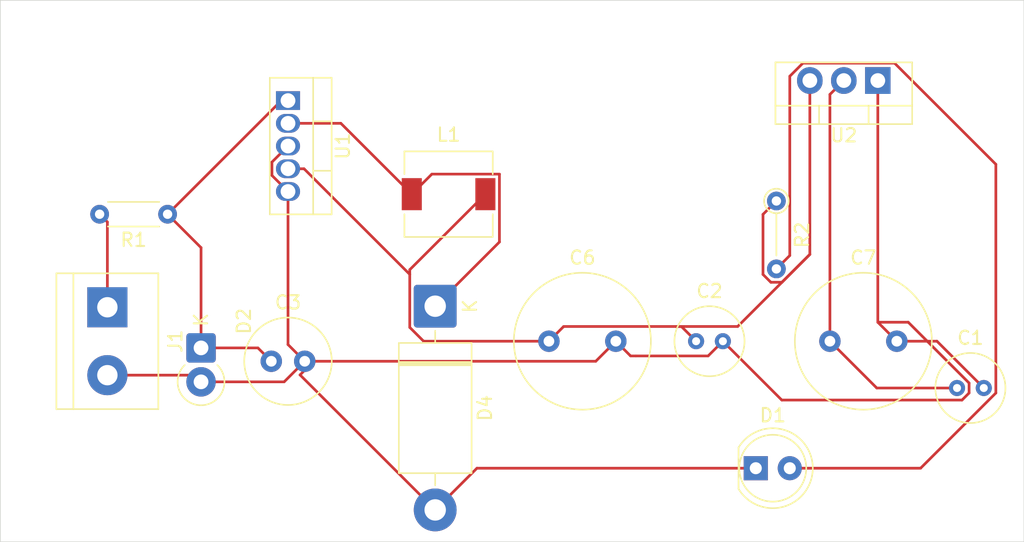
<source format=kicad_pcb>
(kicad_pcb (version 20241229) (generator "pcbnew") (generator_version "9.0")
  (layers (0 "F.Cu" signal) (2 "B.Cu" signal) (13 "F.Paste" user) (15 "B.Paste" user) (5 "F.SilkS" user "F.Silkscreen") (7 "B.SilkS" user "B.Silkscreen") (1 "F.Mask" user) (3 "B.Mask" user) (25 "Edge.Cuts" user))
  (net 0 "")
  (net 1 "Net-(U2-VO)")
  (net 2 "GND")
  (net 3 "Net-(U1-FB)")
  (net 4 "Net-(D2-K)")
  (net 5 "Net-(D1-A)")
  (net 6 "Net-(D4-K)")
  (net 7 "Net-(J1-Pin_1)")
  (footprint "Capacitor_THT:C_Radial_D10.0mm_H12.5mm_P5.00mm" (layer "F.Cu") (at 186.5 99.5)
    (property "Reference" "C7" (at 2.5 -6.25 0) (layer "F.SilkS"))
    (property "Value" "c=1000u")
    (fp_circle (center 2.5 0) (end 7.62 0) (stroke (width 0.12)) (fill no) (layer "F.SilkS"))
    (pad "1" thru_hole circle (at 0 0) (size 1.6 1.6) (drill 0.8) (layers "*.Cu" "*.Mask") (net 1 "Net-(U2-VO)"))
    (pad "2" thru_hole circle (at 5 0) (size 1.6 1.6) (drill 0.8) (layers "*.Cu" "*.Mask") (net 2 "GND"))
  )
  (footprint "Inductor_SMD:L_6.3x6.3_H3" (layer "F.Cu") (at 158 88.5)
    (property "Reference" "L1" (at 0 -4.45 0) (layer "F.SilkS"))
    (property "Value" "l=100u")
    (fp_line (start -3.3 -3.2) (end 3.3 -3.2) (stroke (width 0.12)) (layer "F.SilkS"))
    (fp_line (start -3.3 -1.5) (end -3.3 -3.2) (stroke (width 0.12)) (layer "F.SilkS"))
    (fp_line (start -3.3 3.2) (end -3.3 1.5) (stroke (width 0.12)) (layer "F.SilkS"))
    (fp_line (start 3.3 -3.2) (end 3.3 -1.5) (stroke (width 0.12)) (layer "F.SilkS"))
    (fp_line (start 3.3 1.5) (end 3.3 3.2) (stroke (width 0.12)) (layer "F.SilkS"))
    (fp_line (start 3.3 3.2) (end -3.3 3.2) (stroke (width 0.12)) (layer "F.SilkS"))
    (pad "1" smd rect (at -2.75 0) (size 1.5 2.4) (layers "F.Cu" "F.Mask" "F.Paste") (net 6 "Net-(D4-K)"))
    (pad "2" smd rect (at 2.75 0) (size 1.5 2.4) (layers "F.Cu" "F.Mask" "F.Paste") (net 3 "Net-(U1-FB)"))
  )
  (footprint "Capacitor_THT:C_Radial_D6.3mm_H11.0mm_P2.50mm" (layer "F.Cu") (at 144.75 101)
    (property "Reference" "C3" (at 1.25 -4.4 0) (layer "F.SilkS"))
    (property "Value" "c=100u")
    (fp_circle (center 1.25 0) (end 4.52 0) (stroke (width 0.12)) (fill no) (layer "F.SilkS"))
    (pad "1" thru_hole circle (at 0 0) (size 1.6 1.6) (drill 0.8) (layers "*.Cu" "*.Mask") (net 4 "Net-(D2-K)"))
    (pad "2" thru_hole circle (at 2.5 0) (size 1.6 1.6) (drill 0.8) (layers "*.Cu" "*.Mask") (net 2 "GND"))
  )
  (footprint "Diode_THT:D_DO-41_SOD81_P2.54mm_Vertical_KathodeUp" (layer "F.Cu") (at 139.5 100 -90)
    (property "Reference" "D2" (at -2 -3.205454 90) (layer "F.SilkS"))
    (property "Value" "D")
    (fp_arc (start 1.284483 -1.22) (mid 4.290635 0) (end 1.284483 1.22) (stroke (width 0.12)) (layer "F.SilkS"))
    (fp_text user "K" (at -2.1 0 90) (layer "F.SilkS"))
    (pad "1" thru_hole roundrect (at 0 0 270) (size 2.2 2.2) (drill 1.1) (layers "*.Cu" "*.Mask") (roundrect_rratio 0.113636) (net 4 "Net-(D2-K)"))
    (pad "2" thru_hole circle (at 2.54 0 270) (size 2.2 2.2) (drill 1.1) (layers "*.Cu" "*.Mask") (net 2 "GND"))
  )
  (footprint "LED_THT:LED_D5.0mm" (layer "F.Cu") (at 180.96 109)
    (property "Reference" "D1" (at 1.27 -3.96 0) (layer "F.SilkS"))
    (property "Value" "LED")
    (fp_line (start -1.29 -1.545) (end -1.29 1.545) (stroke (width 0.12)) (layer "F.SilkS"))
    (fp_arc (start -1.29 -1.54483) (mid 2.071779 -2.880495) (end 4.26 0) (stroke (width 0.12)) (layer "F.SilkS"))
    (fp_arc (start 4.26 0) (mid 2.071779 2.880495) (end -1.29 1.54483) (stroke (width 0.12)) (layer "F.SilkS"))
    (fp_circle (center 1.27 0) (end 3.77 0) (stroke (width 0.12)) (fill no) (layer "F.SilkS"))
    (pad "1" thru_hole rect (at 0 0) (size 1.8 1.8) (drill 0.9) (layers "*.Cu" "*.Mask") (net 2 "GND"))
    (pad "2" thru_hole circle (at 2.54 0) (size 1.8 1.8) (drill 0.9) (layers "*.Cu" "*.Mask") (net 5 "Net-(D1-A)"))
  )
  (footprint "Diode_THT:D_DO-201AD_P15.24mm_Horizontal" (layer "F.Cu") (at 157 96.88 -90)
    (property "Reference" "D4" (at 7.62 -3.72 90) (layer "F.SilkS"))
    (property "Value" "1N5822")
    (fp_line (start 1.84 0) (end 2.75 0) (stroke (width 0.12)) (layer "F.SilkS"))
    (fp_line (start 13.4 0) (end 12.49 0) (stroke (width 0.12)) (layer "F.SilkS"))
    (fp_line (start 4.175 -2.72) (end 4.175 2.72) (stroke (width 0.12)) (layer "F.SilkS"))
    (fp_line (start 4.295 -2.72) (end 4.295 2.72) (stroke (width 0.12)) (layer "F.SilkS"))
    (fp_line (start 4.415 -2.72) (end 4.415 2.72) (stroke (width 0.12)) (layer "F.SilkS"))
    (fp_rect (start 2.75 -2.72) (end 12.49 2.72) (stroke (width 0.12)) (fill no) (layer "F.SilkS"))
    (fp_text user "K" (at 0 -2.6 90) (layer "F.SilkS"))
    (pad "1" thru_hole roundrect (at 0 0 270) (size 3.2 3.2) (drill 1.6) (layers "*.Cu" "*.Mask") (roundrect_rratio 0.078125) (net 6 "Net-(D4-K)"))
    (pad "2" thru_hole circle (at 15.24 0 270) (size 3.2 3.2) (drill 1.6) (layers "*.Cu" "*.Mask") (net 2 "GND"))
  )
  (footprint "Resistor_THT:R_Axial_DIN0204_L3.6mm_D1.6mm_P5.08mm_Vertical" (layer "F.Cu") (at 182.5 89.01 -90)
    (property "Reference" "R2" (at 2.54 -1.92 90) (layer "F.SilkS"))
    (property "Value" "R")
    (fp_line (start 0.92 0) (end 4.08 0) (stroke (width 0.12)) (layer "F.SilkS"))
    (fp_circle (center 0 0) (end 0.92 0) (stroke (width 0.12)) (fill no) (layer "F.SilkS"))
    (pad "1" thru_hole circle (at 0 0 270) (size 1.4 1.4) (drill 0.7) (layers "*.Cu" "*.Mask") (net 3 "Net-(U1-FB)"))
    (pad "2" thru_hole circle (at 5.08 0 270) (size 1.4 1.4) (drill 0.7) (layers "*.Cu" "*.Mask") (net 5 "Net-(D1-A)"))
  )
  (footprint "Package_TO_SOT_THT:TO-220-3_Vertical" (layer "F.Cu") (at 190.08 80 180)
    (property "Reference" "U2" (at 2.54 -4.1 0) (layer "F.SilkS"))
    (property "Value" "LD1117V")
    (fp_line (start 7.65 1.36) (end -2.57 1.36) (stroke (width 0.12)) (layer "F.SilkS"))
    (fp_line (start 7.65 -3.26) (end 7.65 1.36) (stroke (width 0.12)) (layer "F.SilkS"))
    (fp_line (start 4.39 -3.26) (end 4.39 -1.88) (stroke (width 0.12)) (layer "F.SilkS"))
    (fp_line (start 0.69 -3.26) (end 0.69 -1.88) (stroke (width 0.12)) (layer "F.SilkS"))
    (fp_line (start -2.57 1.36) (end -2.57 -3.26) (stroke (width 0.12)) (layer "F.SilkS"))
    (fp_line (start -2.57 -1.88) (end 7.65 -1.88) (stroke (width 0.12)) (layer "F.SilkS"))
    (fp_line (start -2.57 -3.26) (end 7.65 -3.26) (stroke (width 0.12)) (layer "F.SilkS"))
    (pad "1" thru_hole rect (at 0 0 180) (size 1.905 2) (drill 1.1) (layers "*.Cu" "*.Mask") (net 2 "GND"))
    (pad "2" thru_hole oval (at 2.54 0 180) (size 1.905 2) (drill 1.1) (layers "*.Cu" "*.Mask") (net 1 "Net-(U2-VO)"))
    (pad "3" thru_hole oval (at 5.08 0 180) (size 1.905 2) (drill 1.1) (layers "*.Cu" "*.Mask") (net 3 "Net-(U1-FB)"))
  )
  (footprint "TerminalBlock:TerminalBlock_bornier-2_P5.08mm" (layer "F.Cu") (at 132.5 96.96 -90)
    (property "Reference" "J1" (at 2.54 -5.08 90) (layer "F.SilkS"))
    (property "Value" "Screw_Terminal_01x02")
    (fp_line (start -2.54 3.81) (end 7.62 3.81) (stroke (width 0.12)) (layer "F.SilkS"))
    (fp_line (start 7.62 3.81) (end 7.62 -3.81) (stroke (width 0.12)) (layer "F.SilkS"))
    (fp_line (start 7.62 2.54) (end -2.54 2.54) (stroke (width 0.12)) (layer "F.SilkS"))
    (fp_line (start -2.54 -3.81) (end -2.54 3.81) (stroke (width 0.12)) (layer "F.SilkS"))
    (fp_line (start 7.62 -3.81) (end -2.54 -3.81) (stroke (width 0.12)) (layer "F.SilkS"))
    (pad "1" thru_hole rect (at 0 0 270) (size 3 3) (drill 1.52) (layers "*.Cu" "*.Mask") (net 7 "Net-(J1-Pin_1)"))
    (pad "2" thru_hole circle (at 5.08 0 270) (size 3 3) (drill 1.52) (layers "*.Cu" "*.Mask") (net 2 "GND"))
  )
  (footprint "Capacitor_THT:C_Radial_D5.0mm_H5.0mm_P2.00mm" (layer "F.Cu") (at 176.5 99.5)
    (property "Reference" "C2" (at 1 -3.75 0) (layer "F.SilkS"))
    (property "Value" "C")
    (fp_circle (center 1 0) (end 3.62 0) (stroke (width 0.12)) (fill no) (layer "F.SilkS"))
    (pad "1" thru_hole circle (at 0 0) (size 1.2 1.2) (drill 0.6) (layers "*.Cu" "*.Mask") (net 3 "Net-(U1-FB)"))
    (pad "2" thru_hole circle (at 2 0) (size 1.2 1.2) (drill 0.6) (layers "*.Cu" "*.Mask") (net 2 "GND"))
  )
  (footprint "Capacitor_THT:C_Radial_D10.0mm_H12.5mm_P5.00mm" (layer "F.Cu") (at 165.5 99.5)
    (property "Reference" "C6" (at 2.5 -6.25 0) (layer "F.SilkS"))
    (property "Value" "c=1000u")
    (fp_circle (center 2.5 0) (end 7.62 0) (stroke (width 0.12)) (fill no) (layer "F.SilkS"))
    (pad "1" thru_hole circle (at 0 0) (size 1.6 1.6) (drill 0.8) (layers "*.Cu" "*.Mask") (net 3 "Net-(U1-FB)"))
    (pad "2" thru_hole circle (at 5 0) (size 1.6 1.6) (drill 0.8) (layers "*.Cu" "*.Mask") (net 2 "GND"))
  )
  (footprint "Capacitor_THT:C_Radial_D5.0mm_H5.0mm_P2.00mm" (layer "F.Cu") (at 196 103)
    (property "Reference" "C1" (at 1 -3.75 0) (layer "F.SilkS"))
    (property "Value" "C")
    (fp_circle (center 1 0) (end 3.62 0) (stroke (width 0.12)) (fill no) (layer "F.SilkS"))
    (pad "1" thru_hole circle (at 0 0) (size 1.2 1.2) (drill 0.6) (layers "*.Cu" "*.Mask") (net 1 "Net-(U2-VO)"))
    (pad "2" thru_hole circle (at 2 0) (size 1.2 1.2) (drill 0.6) (layers "*.Cu" "*.Mask") (net 2 "GND"))
  )
  (footprint "Package_TO_SOT_THT:TO-220-5_Vertical" (layer "F.Cu") (at 146 81.5 -90)
    (property "Reference" "U1" (at 3.4 -4.1 90) (layer "F.SilkS"))
    (property "Value" "LM2576T-5")
    (fp_line (start -1.71 1.36) (end -1.71 -3.26) (stroke (width 0.12)) (layer "F.SilkS"))
    (fp_line (start 8.51 1.36) (end -1.71 1.36) (stroke (width 0.12)) (layer "F.SilkS"))
    (fp_line (start -1.71 -1.88) (end 8.51 -1.88) (stroke (width 0.12)) (layer "F.SilkS"))
    (fp_line (start -1.71 -3.26) (end 8.51 -3.26) (stroke (width 0.12)) (layer "F.SilkS"))
    (fp_line (start 1.55 -3.26) (end 1.55 -1.88) (stroke (width 0.12)) (layer "F.SilkS"))
    (fp_line (start 5.25 -3.26) (end 5.25 -1.88) (stroke (width 0.12)) (layer "F.SilkS"))
    (fp_line (start 8.51 -3.26) (end 8.51 1.36) (stroke (width 0.12)) (layer "F.SilkS"))
    (pad "1" thru_hole rect (at 0 0 270) (size 1.4 1.8) (drill 1.1) (layers "*.Cu" "*.Mask") (net 4 "Net-(D2-K)"))
    (pad "2" thru_hole oval (at 1.7 0 270) (size 1.4 1.8) (drill 1.1) (layers "*.Cu" "*.Mask") (net 6 "Net-(D4-K)"))
    (pad "3" thru_hole oval (at 3.4 0 270) (size 1.4 1.8) (drill 1.1) (layers "*.Cu" "*.Mask") (net 2 "GND"))
    (pad "4" thru_hole oval (at 5.1 0 270) (size 1.4 1.8) (drill 1.1) (layers "*.Cu" "*.Mask") (net 3 "Net-(U1-FB)"))
    (pad "5" thru_hole oval (at 6.8 0 270) (size 1.4 1.8) (drill 1.1) (layers "*.Cu" "*.Mask") (net 2 "GND"))
  )
  (footprint "Resistor_THT:R_Axial_DIN0204_L3.6mm_D1.6mm_P5.08mm_Horizontal" (layer "F.Cu") (at 137 90 180)
    (property "Reference" "R1" (at 2.54 -1.92 0) (layer "F.SilkS"))
    (property "Value" "R")
    (fp_line (start 0.62 0.92) (end 4.46 0.92) (stroke (width 0.12)) (layer "F.SilkS"))
    (fp_line (start 0.62 -0.92) (end 4.46 -0.92) (stroke (width 0.12)) (layer "F.SilkS"))
    (pad "1" thru_hole circle (at 0 0 180) (size 1.4 1.4) (drill 0.7) (layers "*.Cu" "*.Mask") (net 4 "Net-(D2-K)"))
    (pad "2" thru_hole circle (at 5.08 0 180) (size 1.4 1.4) (drill 0.7) (layers "*.Cu" "*.Mask") (net 7 "Net-(J1-Pin_1)"))
  )
  (gr_rect (start 124.5 74) (end 201 114.5) (stroke (width 0.05)) (fill no) (layer "Edge.Cuts"))
  (segment (start 190 103) (end 196 103) (width 0.2) (layer "F.Cu") (net 1))
  (segment (start 186.5 99.5) (end 186.5 81.04) (width 0.2) (layer "F.Cu") (net 1))
  (segment (start 186.5 99.5) (end 190 103) (width 0.2) (layer "F.Cu") (net 1))
  (segment (start 186.5 81.04) (end 187.54 80) (width 0.2) (layer "F.Cu") (net 1))
  (segment (start 157 112.12) (end 160.12 109) (width 0.2) (layer "F.Cu") (net 2))
  (segment (start 147.25 101) (end 147.5 101.25) (width 0.2) (layer "F.Cu") (net 2))
  (segment (start 146.9 102.02) (end 157 112.12) (width 0.2) (layer "F.Cu") (net 2))
  (segment (start 182.901 103.901) (end 196.373207 103.901) (width 0.2) (layer "F.Cu") (net 2))
  (segment (start 144.799 86.101) (end 144.799 87.099) (width 0.2) (layer "F.Cu") (net 2))
  (segment (start 160.12 109) (end 180.96 109) (width 0.2) (layer "F.Cu") (net 2))
  (segment (start 178.5 99.5) (end 182.901 103.901) (width 0.2) (layer "F.Cu") (net 2))
  (segment (start 190.08 98.08) (end 191.5 99.5) (width 0.2) (layer "F.Cu") (net 2))
  (segment (start 147.25 101) (end 169 101) (width 0.2) (layer "F.Cu") (net 2))
  (segment (start 196.373207 103.901) (end 196.901 103.373207) (width 0.2) (layer "F.Cu") (net 2))
  (segment (start 145.71 102.54) (end 147.25 101) (width 0.2) (layer "F.Cu") (net 2))
  (segment (start 192.354207 98.08) (end 190.08 98.08) (width 0.2) (layer "F.Cu") (net 2))
  (segment (start 146 84.9) (end 144.799 86.101) (width 0.2) (layer "F.Cu") (net 2))
  (segment (start 139.5 102.54) (end 145.71 102.54) (width 0.2) (layer "F.Cu") (net 2))
  (segment (start 190.08 80) (end 190.08 98.08) (width 0.2) (layer "F.Cu") (net 2))
  (segment (start 170.5 99.5) (end 171.601 100.601) (width 0.2) (layer "F.Cu") (net 2))
  (segment (start 132.5 102.04) (end 139 102.04) (width 0.2) (layer "F.Cu") (net 2))
  (segment (start 196.901 102.626793) (end 192.354207 98.08) (width 0.2) (layer "F.Cu") (net 2))
  (segment (start 147.5 101.25) (end 147.5 101.42) (width 0.2) (layer "F.Cu") (net 2))
  (segment (start 139 102.04) (end 139.5 102.54) (width 0.2) (layer "F.Cu") (net 2))
  (segment (start 196.901 103.373207) (end 196.901 102.626793) (width 0.2) (layer "F.Cu") (net 2))
  (segment (start 171.601 100.601) (end 172 100.601) (width 0.2) (layer "F.Cu") (net 2))
  (segment (start 172 100.601) (end 177.399 100.601) (width 0.2) (layer "F.Cu") (net 2))
  (segment (start 147.5 101.42) (end 146.9 102.02) (width 0.2) (layer "F.Cu") (net 2))
  (segment (start 169 101) (end 170.5 99.5) (width 0.2) (layer "F.Cu") (net 2))
  (segment (start 191.5 99.5) (end 194.5 99.5) (width 0.2) (layer "F.Cu") (net 2))
  (segment (start 177.399 100.601) (end 178.5 99.5) (width 0.2) (layer "F.Cu") (net 2))
  (segment (start 144.799 87.099) (end 146 88.3) (width 0.2) (layer "F.Cu") (net 2))
  (segment (start 146 99.75) (end 147.25 101) (width 0.2) (layer "F.Cu") (net 2))
  (segment (start 194.5 99.5) (end 198 103) (width 0.2) (layer "F.Cu") (net 2))
  (segment (start 146 88.3) (end 146 99.75) (width 0.2) (layer "F.Cu") (net 2))
  (segment (start 175 98.399) (end 175.399 98.399) (width 0.2) (layer "F.Cu") (net 3))
  (segment (start 182.914628 95.091) (end 185 93.005628) (width 0.2) (layer "F.Cu") (net 3))
  (segment (start 156.13384 99.5) (end 165.5 99.5) (width 0.2) (layer "F.Cu") (net 3))
  (segment (start 181.499 90.011) (end 181.499 94.504628) (width 0.2) (layer "F.Cu") (net 3))
  (segment (start 182.5 89.01) (end 181.499 90.011) (width 0.2) (layer "F.Cu") (net 3))
  (segment (start 155.099 94.151) (end 155.099 94.5) (width 0.2) (layer "F.Cu") (net 3))
  (segment (start 185 93.005628) (end 185 80) (width 0.2) (layer "F.Cu") (net 3))
  (segment (start 166.601 98.399) (end 175 98.399) (width 0.2) (layer "F.Cu") (net 3))
  (segment (start 155.099 98.46516) (end 156.13384 99.5) (width 0.2) (layer "F.Cu") (net 3))
  (segment (start 175 98.399) (end 179.606628 98.399) (width 0.2) (layer "F.Cu") (net 3))
  (segment (start 165.5 99.5) (end 166.601 98.399) (width 0.2) (layer "F.Cu") (net 3))
  (segment (start 146 86.6) (end 147.199 86.6) (width 0.2) (layer "F.Cu") (net 3))
  (segment (start 155.099 94.5) (end 155.099 98.46516) (width 0.2) (layer "F.Cu") (net 3))
  (segment (start 147.199 86.6) (end 155.099 94.5) (width 0.2) (layer "F.Cu") (net 3))
  (segment (start 155.099 94.151) (end 160.75 88.5) (width 0.2) (layer "F.Cu") (net 3))
  (segment (start 182.085372 95.091) (end 182.914628 95.091) (width 0.2) (layer "F.Cu") (net 3))
  (segment (start 181.499 94.504628) (end 182.085372 95.091) (width 0.2) (layer "F.Cu") (net 3))
  (segment (start 179.606628 98.399) (end 185 93.005628) (width 0.2) (layer "F.Cu") (net 3))
  (segment (start 175.399 98.399) (end 176.5 99.5) (width 0.2) (layer "F.Cu") (net 3))
  (segment (start 143.75 100) (end 144.75 101) (width 0.2) (layer "F.Cu") (net 4))
  (segment (start 137 90) (end 145.5 81.5) (width 0.2) (layer "F.Cu") (net 4))
  (segment (start 139.5 92.5) (end 139.5 100) (width 0.2) (layer "F.Cu") (net 4))
  (segment (start 145.5 81.5) (end 146 81.5) (width 0.2) (layer "F.Cu") (net 4))
  (segment (start 137 90) (end 139.5 92.5) (width 0.2) (layer "F.Cu") (net 4))
  (segment (start 139.5 100) (end 143.75 100) (width 0.2) (layer "F.Cu") (net 4))
  (segment (start 198.901 103.373207) (end 198.901 86.2665) (width 0.2) (layer "F.Cu") (net 5))
  (segment (start 183.501 79.678783) (end 183.501 93.089) (width 0.2) (layer "F.Cu") (net 5))
  (segment (start 191.3335 78.699) (end 184.480783 78.699) (width 0.2) (layer "F.Cu") (net 5))
  (segment (start 198.901 86.2665) (end 191.3335 78.699) (width 0.2) (layer "F.Cu") (net 5))
  (segment (start 184.480783 78.699) (end 183.501 79.678783) (width 0.2) (layer "F.Cu") (net 5))
  (segment (start 183.501 93.089) (end 182.5 94.09) (width 0.2) (layer "F.Cu") (net 5))
  (segment (start 193.274207 109) (end 198.901 103.373207) (width 0.2) (layer "F.Cu") (net 5))
  (segment (start 183.5 109) (end 193.274207 109) (width 0.2) (layer "F.Cu") (net 5))
  (segment (start 161.801 86.999) (end 161.801 92.079) (width 0.2) (layer "F.Cu") (net 6))
  (segment (start 149.95 83.2) (end 155.25 88.5) (width 0.2) (layer "F.Cu") (net 6))
  (segment (start 146 83.2) (end 149.95 83.2) (width 0.2) (layer "F.Cu") (net 6))
  (segment (start 156.751 86.999) (end 161.801 86.999) (width 0.2) (layer "F.Cu") (net 6))
  (segment (start 155.25 88.5) (end 156.751 86.999) (width 0.2) (layer "F.Cu") (net 6))
  (segment (start 161.801 92.079) (end 157 96.88) (width 0.2) (layer "F.Cu") (net 6))
  (segment (start 132.5 90.58) (end 131.92 90) (width 0.2) (layer "F.Cu") (net 7))
  (segment (start 132.5 96.96) (end 132.5 90.58) (width 0.2) (layer "F.Cu") (net 7))
)
</source>
